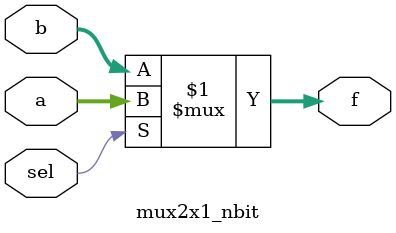
<source format=v>
`timescale 1ns / 1ps


module mux2x1_nbit
#(parameter N = 4)
(
    input [N-1:0] a, b,
    input sel,
    output [N-1:0] f // when using always block, output f should be declared as reg - this is not a register or memory storage variable
    );
    
    assign f = sel ? a : b; // continuous assignment - behavioral modelling
//    assign f = (~sel & a) | (sel & b); // gate level modelling
// Procedural assignment
/*
   always @( a, b, sel) begin
    f = sel ? a : b;
   end
*/ 
endmodule

</source>
